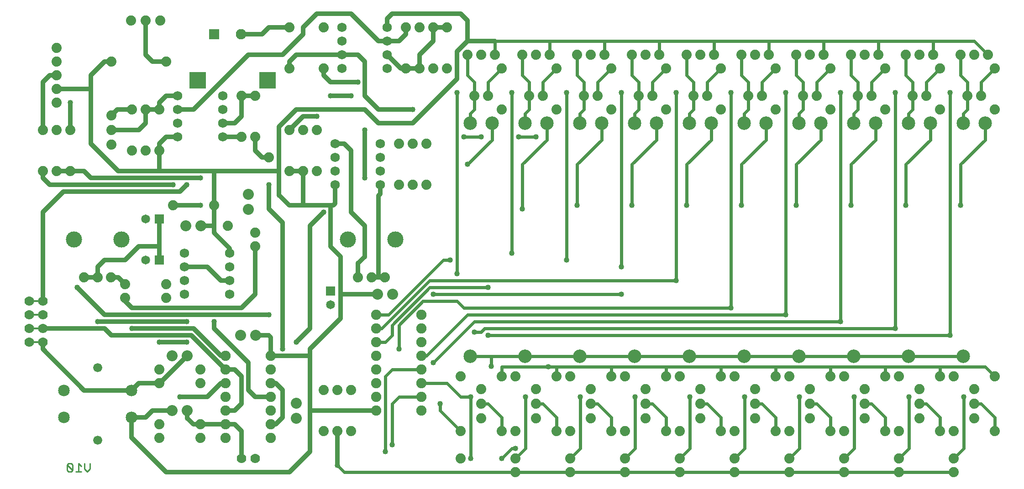
<source format=gbr>
G04 EAGLE Gerber RS-274X export*
G75*
%MOMM*%
%FSLAX34Y34*%
%LPD*%
%INBottom Copper*%
%IPPOS*%
%AMOC8*
5,1,8,0,0,1.08239X$1,22.5*%
G01*
%ADD10C,0.279400*%
%ADD11C,1.727200*%
%ADD12C,1.879600*%
%ADD13C,2.500000*%
%ADD14C,1.905000*%
%ADD15C,2.159000*%
%ADD16C,1.676400*%
%ADD17C,2.032000*%
%ADD18R,1.651000X1.651000*%
%ADD19C,1.651000*%
%ADD20C,3.000000*%
%ADD21R,3.048000X3.048000*%
%ADD22C,1.778000*%
%ADD23R,1.270000X0.381000*%
%ADD24C,1.930400*%
%ADD25R,1.930400X1.930400*%
%ADD26C,0.609600*%
%ADD27C,1.016000*%
%ADD28C,0.812800*%


D10*
X125603Y29096D02*
X125603Y19097D01*
X120603Y14097D01*
X115604Y19097D01*
X115604Y29096D01*
X109231Y24096D02*
X104232Y29096D01*
X104232Y14097D01*
X109231Y14097D02*
X99232Y14097D01*
X92860Y16597D02*
X92860Y26596D01*
X90360Y29096D01*
X85360Y29096D01*
X82861Y26596D01*
X82861Y16597D01*
X85360Y14097D01*
X90360Y14097D01*
X92860Y16597D01*
X82861Y26596D01*
D11*
X300990Y419100D03*
X300990Y393700D03*
X300990Y368300D03*
X300990Y342900D03*
X384810Y342900D03*
X384810Y368300D03*
X384810Y393700D03*
X384810Y419100D03*
D12*
X850900Y112522D03*
X850900Y139700D03*
X850900Y166878D03*
X838200Y711200D03*
X863600Y711200D03*
D13*
X830900Y661000D03*
X870900Y661000D03*
X830900Y228000D03*
D12*
X889000Y685800D03*
X889000Y762000D03*
X876300Y787400D03*
X850900Y787400D03*
X825500Y787400D03*
D11*
X664210Y546100D03*
X664210Y571500D03*
X664210Y596900D03*
X664210Y622300D03*
X580390Y622300D03*
X580390Y596900D03*
X580390Y571500D03*
X580390Y546100D03*
D12*
X63500Y749300D03*
X63500Y800100D03*
D11*
X593090Y838200D03*
X593090Y812800D03*
X593090Y787400D03*
X593090Y762000D03*
X676910Y762000D03*
X676910Y787400D03*
X676910Y812800D03*
X676910Y838200D03*
D14*
X377190Y228600D03*
X377190Y203200D03*
X377190Y177800D03*
X377190Y152400D03*
X377190Y127000D03*
X377190Y101600D03*
X377190Y76200D03*
X461010Y76200D03*
X461010Y101600D03*
X461010Y127000D03*
X461010Y152400D03*
X461010Y177800D03*
X461010Y203200D03*
X461010Y228600D03*
D12*
X812800Y190500D03*
X812800Y88900D03*
D15*
X77200Y164700D03*
X202200Y164700D03*
X77200Y114700D03*
X202200Y114700D03*
D16*
X139700Y207200D03*
X139700Y72200D03*
D12*
X914400Y12700D03*
X914400Y38100D03*
X254000Y203200D03*
X330200Y203200D03*
X330200Y177800D03*
X254000Y177800D03*
D17*
X306070Y228600D03*
X278130Y228600D03*
D12*
X330200Y76200D03*
X254000Y76200D03*
X279400Y508000D03*
X355600Y508000D03*
D18*
X254000Y406400D03*
D19*
X228600Y406400D03*
D18*
X571500Y349250D03*
D19*
X571500Y323850D03*
D12*
X762000Y762000D03*
X762000Y838200D03*
X38100Y571500D03*
X38100Y647700D03*
X254000Y685800D03*
X254000Y609600D03*
X203200Y609600D03*
X203200Y685800D03*
X165100Y674878D03*
X165100Y647700D03*
X165100Y620522D03*
X952500Y112522D03*
X952500Y139700D03*
X952500Y166878D03*
X939800Y711200D03*
X965200Y711200D03*
D13*
X932500Y661000D03*
X972500Y661000D03*
X932500Y228000D03*
D12*
X990600Y685800D03*
X990600Y762000D03*
X977900Y787400D03*
X952500Y787400D03*
X927100Y787400D03*
X914400Y190500D03*
X914400Y88900D03*
X1016000Y12700D03*
X1016000Y38100D03*
X1054100Y112522D03*
X1054100Y139700D03*
X1054100Y166878D03*
X1041400Y711200D03*
X1066800Y711200D03*
D13*
X1034100Y661000D03*
X1074100Y661000D03*
X1034100Y228000D03*
D12*
X1092200Y685800D03*
X1092200Y762000D03*
X1079500Y787400D03*
X1054100Y787400D03*
X1028700Y787400D03*
X1016000Y190500D03*
X1016000Y88900D03*
X1117600Y12700D03*
X1117600Y38100D03*
X1155700Y112522D03*
X1155700Y139700D03*
X1155700Y166878D03*
X1143000Y711200D03*
X1168400Y711200D03*
D13*
X1135700Y661000D03*
X1175700Y661000D03*
X1135700Y228000D03*
D12*
X1193800Y685800D03*
X1193800Y762000D03*
X1181100Y787400D03*
X1155700Y787400D03*
X1130300Y787400D03*
X1117600Y190500D03*
X1117600Y88900D03*
X1219200Y12700D03*
X1219200Y38100D03*
X1257300Y112522D03*
X1257300Y139700D03*
X1257300Y166878D03*
X1244600Y711200D03*
X1270000Y711200D03*
D13*
X1237300Y661000D03*
X1277300Y661000D03*
X1237300Y228000D03*
D12*
X1295400Y685800D03*
X1295400Y762000D03*
X1282700Y787400D03*
X1257300Y787400D03*
X1231900Y787400D03*
X1219200Y190500D03*
X1219200Y88900D03*
X1358900Y112522D03*
X1358900Y139700D03*
X1358900Y166878D03*
X1346200Y711200D03*
X1371600Y711200D03*
D13*
X1338900Y661000D03*
X1378900Y661000D03*
X1338900Y228000D03*
D12*
X1397000Y685800D03*
X1397000Y762000D03*
X1384300Y787400D03*
X1358900Y787400D03*
X1333500Y787400D03*
X1320800Y190500D03*
X1320800Y88900D03*
X1422400Y12700D03*
X1422400Y38100D03*
X1460500Y112522D03*
X1460500Y139700D03*
X1460500Y166878D03*
X1447800Y711200D03*
X1473200Y711200D03*
D13*
X1440500Y661000D03*
X1480500Y661000D03*
X1440500Y228000D03*
D12*
X1498600Y685800D03*
X1498600Y762000D03*
X1485900Y787400D03*
X1460500Y787400D03*
X1435100Y787400D03*
X1422400Y190500D03*
X1422400Y88900D03*
X1524000Y12700D03*
X1524000Y38100D03*
X1562100Y112522D03*
X1562100Y139700D03*
X1562100Y166878D03*
X1549400Y711200D03*
X1574800Y711200D03*
D13*
X1542100Y661000D03*
X1582100Y661000D03*
X1542100Y228000D03*
D12*
X1600200Y685800D03*
X1600200Y762000D03*
X1587500Y787400D03*
X1562100Y787400D03*
X1536700Y787400D03*
X1524000Y190500D03*
X1524000Y88900D03*
X1625600Y12700D03*
X1625600Y38100D03*
X1663700Y112522D03*
X1663700Y139700D03*
X1663700Y166878D03*
X1651000Y711200D03*
X1676400Y711200D03*
D13*
X1643700Y661000D03*
X1683700Y661000D03*
X1643700Y228000D03*
D12*
X1701800Y685800D03*
X1701800Y762000D03*
X1689100Y787400D03*
X1663700Y787400D03*
X1638300Y787400D03*
X1625600Y190500D03*
X1625600Y88900D03*
X1727200Y12700D03*
X1727200Y38100D03*
X1765300Y112522D03*
X1765300Y139700D03*
X1765300Y166878D03*
X1752600Y711200D03*
X1778000Y711200D03*
D13*
X1745300Y661000D03*
X1785300Y661000D03*
X1745300Y228000D03*
D12*
X1803400Y685800D03*
X1803400Y762000D03*
X1790700Y787400D03*
X1765300Y787400D03*
X1739900Y787400D03*
X1727200Y190500D03*
X1727200Y88900D03*
X1320800Y12700D03*
X1320800Y38100D03*
X266700Y361950D03*
X190500Y361950D03*
X609600Y88900D03*
X609600Y165100D03*
X114700Y374500D03*
X139700Y374500D03*
X164700Y374500D03*
D20*
X95700Y444500D03*
X183700Y444500D03*
D12*
X622700Y374500D03*
X647700Y374500D03*
X672700Y374500D03*
D20*
X603700Y444500D03*
X691700Y444500D03*
D12*
X266700Y336550D03*
X190500Y336550D03*
X431800Y457200D03*
X431800Y431800D03*
X812800Y38100D03*
D18*
X254000Y482600D03*
D19*
X228600Y482600D03*
D17*
X433070Y266700D03*
X405130Y266700D03*
X659130Y342900D03*
X687070Y342900D03*
X331470Y469900D03*
X303530Y469900D03*
X419100Y500380D03*
X419100Y528320D03*
D12*
X889000Y88900D03*
X889000Y190500D03*
X990600Y88900D03*
X990600Y190500D03*
X1092200Y88900D03*
X1092200Y190500D03*
X1193800Y88900D03*
X1193800Y190500D03*
X1295400Y88900D03*
X1295400Y190500D03*
X1803400Y88900D03*
X1803400Y190500D03*
X1701800Y88900D03*
X1701800Y190500D03*
X1600200Y88900D03*
X1600200Y190500D03*
X1397000Y88900D03*
X1397000Y190500D03*
X1498600Y88900D03*
X1498600Y190500D03*
X584200Y88900D03*
X584200Y165100D03*
X558800Y165100D03*
X558800Y88900D03*
D14*
X740410Y127000D03*
X740410Y152400D03*
X740410Y177800D03*
X740410Y203200D03*
X740410Y228600D03*
X740410Y254000D03*
X740410Y279400D03*
X740410Y304800D03*
X656590Y304800D03*
X656590Y279400D03*
X656590Y254000D03*
X656590Y228600D03*
X656590Y203200D03*
X656590Y177800D03*
X656590Y152400D03*
X656590Y127000D03*
D21*
X454660Y740410D03*
X325120Y740410D03*
D22*
X38100Y279400D03*
X12700Y279400D03*
D23*
X25400Y279400D03*
D22*
X38100Y304800D03*
X12700Y304800D03*
D23*
X25400Y304800D03*
D22*
X38100Y330200D03*
X12700Y330200D03*
D23*
X25400Y330200D03*
D22*
X38100Y254000D03*
X12700Y254000D03*
D23*
X25400Y254000D03*
D12*
X254000Y101600D03*
X330200Y101600D03*
D22*
X406400Y38100D03*
X431800Y38100D03*
D12*
X381000Y469900D03*
X711200Y762000D03*
X711200Y838200D03*
X558800Y838200D03*
X558800Y762000D03*
X495300Y647700D03*
X495300Y571500D03*
X495300Y838200D03*
X495300Y762000D03*
X698500Y546100D03*
X698500Y622300D03*
X749300Y546100D03*
X749300Y622300D03*
X723900Y622300D03*
X723900Y546100D03*
X63500Y774700D03*
D11*
X372110Y635000D03*
X372110Y660400D03*
X372110Y685800D03*
X372110Y711200D03*
X288290Y711200D03*
X288290Y685800D03*
X288290Y660400D03*
X288290Y635000D03*
D12*
X63500Y571500D03*
X63500Y647700D03*
X88900Y571500D03*
X88900Y647700D03*
X406400Y635000D03*
X406400Y711200D03*
X431800Y711200D03*
X431800Y635000D03*
X520700Y647700D03*
X520700Y571500D03*
X546100Y571500D03*
X546100Y647700D03*
X457200Y596900D03*
X228600Y609600D03*
X228600Y685800D03*
X736600Y762000D03*
X736600Y838200D03*
X787400Y838200D03*
X787400Y762000D03*
X255778Y850900D03*
X228600Y850900D03*
X201422Y850900D03*
X266700Y774700D03*
X165100Y774700D03*
D17*
X508000Y140970D03*
X508000Y113030D03*
D12*
X63500Y723900D03*
X63500Y698500D03*
D24*
X406000Y825500D03*
D25*
X356000Y825500D03*
D17*
X278130Y127000D03*
X306070Y127000D03*
D26*
X1643700Y228000D02*
X1745300Y228000D01*
X1643700Y228000D02*
X1542100Y228000D01*
X1440500Y228000D01*
X1338900Y228000D01*
X1237300Y228000D01*
X1135700Y228000D01*
X1034100Y228000D01*
X932500Y228000D01*
D27*
X869950Y209550D03*
D26*
X869950Y228000D02*
X932500Y228000D01*
X869950Y228000D02*
X830900Y228000D01*
X869950Y228000D02*
X869950Y209550D01*
D28*
X444500Y825500D02*
X406000Y825500D01*
X444500Y825500D02*
X457200Y838200D01*
X495300Y838200D01*
D27*
X806450Y717550D03*
D26*
X806450Y381000D01*
D27*
X831850Y38100D03*
D26*
X831850Y152400D01*
D27*
X831850Y152400D03*
X806450Y381000D03*
D26*
X787400Y177800D02*
X812800Y152400D01*
X831850Y152400D01*
X787400Y177800D02*
X740410Y177800D01*
D27*
X908050Y717550D03*
D26*
X908050Y419100D01*
D27*
X908050Y419100D03*
X933450Y152400D03*
D26*
X933450Y57150D01*
X914400Y38100D01*
D27*
X685800Y63500D03*
D26*
X685800Y139700D01*
X698500Y152400D01*
X740410Y152400D01*
D27*
X1009650Y717550D03*
D26*
X1009650Y406400D01*
D27*
X1009650Y406400D03*
X1035050Y152400D03*
D26*
X1035050Y57150D01*
X1016000Y38100D01*
D27*
X889000Y38100D03*
D26*
X908050Y57150D01*
X914400Y57150D01*
D27*
X914400Y57150D03*
X673100Y50800D03*
D26*
X673100Y190500D01*
X685800Y203200D01*
X740410Y203200D01*
D27*
X1111250Y717550D03*
D26*
X1111250Y393700D01*
X1111250Y342900D02*
X762000Y342900D01*
D27*
X1111250Y393700D03*
X1136650Y152400D03*
D26*
X1136650Y57150D01*
X1117600Y38100D01*
D27*
X762000Y342900D03*
X1111250Y342900D03*
X1212850Y717550D03*
D26*
X1212850Y368300D01*
D27*
X1212850Y368300D03*
X1238250Y152400D03*
D26*
X1238250Y57150D01*
X1219200Y38100D01*
X1212850Y368300D02*
X755650Y368300D01*
X666750Y279400D01*
X656590Y279400D01*
D27*
X1314450Y717550D03*
D26*
X1314450Y317500D01*
D27*
X1339850Y152400D03*
D26*
X1339850Y57150D01*
X1320800Y38100D01*
D27*
X1314450Y317500D03*
D26*
X819150Y317500D01*
D27*
X698500Y241300D03*
D26*
X698500Y285750D01*
X742950Y330200D01*
X806450Y330200D01*
X819150Y317500D01*
D27*
X1416050Y717550D03*
D26*
X1416050Y304800D01*
X825500Y304800D01*
D27*
X1416050Y304800D03*
X1441450Y152400D03*
D26*
X1441450Y57150D01*
X1422400Y38100D01*
X749300Y228600D02*
X740410Y228600D01*
X749300Y228600D02*
X825500Y304800D01*
D27*
X1517650Y717550D03*
D26*
X1517650Y292100D01*
D27*
X1543050Y152400D03*
D26*
X1543050Y57150D01*
X1524000Y38100D01*
D27*
X1517650Y292100D03*
D26*
X838200Y292100D01*
D27*
X762000Y215900D03*
D26*
X838200Y292100D01*
D27*
X1619250Y717550D03*
D26*
X1619250Y279400D01*
X857250Y279400D01*
X850900Y273050D01*
X838200Y273050D01*
D27*
X1619250Y279400D03*
X1644650Y152400D03*
D26*
X1644650Y57150D01*
X1625600Y38100D01*
D27*
X838200Y273050D03*
X793750Y406400D03*
D26*
X679450Y304800D02*
X656590Y304800D01*
X679450Y304800D02*
X781050Y406400D01*
X793750Y406400D01*
D27*
X1720850Y717550D03*
D26*
X1720850Y266700D01*
D27*
X1720850Y266700D03*
X1746250Y152400D03*
D26*
X1746250Y57150D01*
X1727200Y38100D01*
X1720850Y266700D02*
X863600Y266700D01*
D27*
X863600Y266700D03*
D26*
X673100Y254000D02*
X656590Y254000D01*
X673100Y254000D02*
X685800Y266700D01*
X685800Y285750D01*
X755650Y355600D01*
X863600Y355600D01*
D27*
X863600Y355600D03*
D26*
X876300Y812800D02*
X977900Y812800D01*
X1079500Y812800D01*
X1181100Y812800D01*
X1282700Y812800D01*
X1384300Y812800D01*
X1485900Y812800D01*
X1587500Y812800D01*
X1689100Y812800D01*
X1765300Y812800D01*
X1790700Y787400D01*
X1689100Y787400D02*
X1689100Y812800D01*
X1587500Y812800D02*
X1587500Y787400D01*
X1485900Y787400D02*
X1485900Y812800D01*
X1384300Y812800D02*
X1384300Y787400D01*
X1282700Y787400D02*
X1282700Y812800D01*
X1181100Y812800D02*
X1181100Y787400D01*
X1079500Y787400D02*
X1079500Y812800D01*
X977900Y812800D02*
X977900Y787400D01*
X876300Y787400D02*
X876300Y812800D01*
D28*
X127000Y723900D02*
X127000Y622300D01*
X177800Y571500D01*
X254000Y571500D01*
X355600Y571500D01*
X476250Y571500D01*
X476250Y527050D01*
X495300Y508000D01*
X520700Y508000D01*
X571500Y508000D01*
X254000Y571500D02*
X254000Y609600D01*
X520700Y571500D02*
X520700Y508000D01*
X508000Y685800D02*
X635000Y685800D01*
X660400Y660400D01*
X723900Y660400D01*
X806450Y742950D01*
X806450Y793750D01*
X825500Y812800D01*
X876300Y812800D01*
X676910Y838200D02*
X676910Y854710D01*
X685800Y863600D01*
X812800Y863600D01*
X825500Y850900D01*
X825500Y812800D01*
X656590Y127000D02*
X533400Y127000D01*
X533400Y228600D01*
X533400Y241300D01*
X590550Y298450D01*
X590550Y342900D01*
X590550Y412750D02*
X571500Y431800D01*
X571500Y508000D01*
X576580Y508000D01*
X533400Y228600D02*
X461010Y228600D01*
X461010Y262890D01*
X457200Y266700D01*
X433070Y266700D01*
X202200Y114700D02*
X202200Y77200D01*
X266700Y12700D01*
X495300Y12700D01*
X533400Y50800D01*
X533400Y127000D01*
X590550Y342900D02*
X659130Y342900D01*
X580390Y511810D02*
X580390Y546100D01*
X580390Y511810D02*
X576580Y508000D01*
X355600Y508000D02*
X355600Y571500D01*
X384810Y427990D02*
X384810Y419100D01*
X384810Y427990D02*
X355600Y457200D01*
X355600Y469900D01*
X355600Y508000D01*
X355600Y469900D02*
X331470Y469900D01*
X495300Y571500D02*
X520700Y571500D01*
X476250Y571500D02*
X476250Y654050D01*
X508000Y685800D01*
X127000Y723900D02*
X63500Y723900D01*
X254000Y622300D02*
X254000Y609600D01*
X254000Y622300D02*
X266700Y635000D01*
X288290Y635000D01*
X165100Y774700D02*
X152400Y774700D01*
X127000Y749300D01*
X127000Y723900D01*
X202200Y114700D02*
X202600Y114300D01*
X228600Y114300D01*
X241300Y127000D01*
X278130Y127000D01*
X590550Y342900D02*
X590550Y412750D01*
D26*
X838200Y711200D02*
X838200Y736600D01*
X825500Y749300D01*
X825500Y787400D01*
X830900Y678500D02*
X830900Y661000D01*
X830900Y678500D02*
X838200Y685800D01*
X838200Y711200D01*
X863600Y711200D02*
X863600Y736600D01*
X889000Y762000D01*
D27*
X825500Y584200D03*
D26*
X870900Y629600D01*
X870900Y661000D01*
X1785620Y208280D02*
X1803400Y190500D01*
X1785620Y208280D02*
X1701800Y208280D01*
X1600200Y208280D01*
X1498600Y208280D01*
X1397000Y208280D01*
X1295400Y208280D01*
X1193800Y208280D01*
X1092200Y208280D01*
X990600Y208280D01*
X975360Y208280D01*
X889000Y208280D01*
X1701800Y208280D02*
X1701800Y190500D01*
X1600200Y190500D02*
X1600200Y208280D01*
X1498600Y208280D02*
X1498600Y190500D01*
X1397000Y190500D02*
X1397000Y208280D01*
X990600Y208280D02*
X990600Y190500D01*
X1092200Y190500D02*
X1092200Y208280D01*
X1193800Y208280D02*
X1193800Y190500D01*
X1295400Y190500D02*
X1295400Y208280D01*
X889000Y208280D02*
X889000Y190500D01*
D27*
X952500Y635000D03*
D26*
X920750Y635000D01*
D27*
X920750Y635000D03*
X850900Y635000D03*
X819150Y635000D03*
D26*
X850900Y635000D01*
D27*
X975360Y208280D03*
D28*
X495300Y762000D02*
X495300Y774700D01*
X508000Y787400D01*
X593090Y787400D01*
X622300Y787400D01*
X635000Y774700D01*
X635000Y711200D01*
X660400Y685800D01*
X723900Y685800D01*
D27*
X723900Y685800D03*
D26*
X850900Y139700D02*
X863600Y139700D01*
X889000Y114300D01*
X889000Y88900D01*
X812800Y88900D02*
X774700Y127000D01*
X774700Y139700D01*
D27*
X774700Y139700D03*
D28*
X202800Y164700D02*
X202200Y164700D01*
X202800Y164700D02*
X215900Y177800D01*
X254000Y177800D01*
X255270Y177800D01*
X306070Y228600D01*
X202200Y164700D02*
X114700Y164700D01*
X38100Y241300D01*
X38100Y254000D01*
D26*
X1625600Y12700D02*
X1727200Y12700D01*
X1625600Y12700D02*
X1524000Y12700D01*
X1422400Y12700D01*
X1320800Y12700D01*
X1219200Y12700D01*
X1117600Y12700D01*
X1016000Y12700D01*
X914400Y12700D01*
X596900Y12700D01*
X584200Y25400D01*
D28*
X584200Y88900D01*
D27*
X584200Y25400D03*
X457200Y546100D03*
D28*
X457200Y501650D01*
X482600Y476250D01*
X38100Y495300D02*
X38100Y330200D01*
X38100Y495300D02*
X76200Y533400D01*
X292100Y533400D01*
X304800Y546100D01*
D27*
X304800Y546100D03*
D28*
X482600Y476250D02*
X482600Y241300D01*
D27*
X482600Y241300D03*
D28*
X635000Y413000D02*
X635000Y469900D01*
X609600Y495300D01*
X609600Y609600D01*
X596900Y622300D02*
X580390Y622300D01*
X596900Y622300D02*
X609600Y609600D01*
X622700Y400700D02*
X622700Y374500D01*
X622700Y400700D02*
X635000Y413000D01*
X254000Y685800D02*
X228600Y685800D01*
X254000Y685800D02*
X254000Y698500D01*
X266700Y711200D01*
X288290Y711200D01*
X215900Y647700D02*
X165100Y647700D01*
X215900Y647700D02*
X228600Y660400D01*
X228600Y685800D01*
D26*
X939800Y711200D02*
X939800Y736600D01*
X927100Y749300D01*
X927100Y787400D01*
X932500Y678500D02*
X932500Y661000D01*
X932500Y678500D02*
X939800Y685800D01*
X939800Y711200D01*
X965200Y711200D02*
X965200Y736600D01*
X990600Y762000D01*
X972500Y661000D02*
X972500Y629600D01*
X927100Y584200D01*
X927100Y501650D01*
D27*
X927100Y501650D03*
D26*
X952500Y139700D02*
X965200Y139700D01*
X990600Y114300D01*
X990600Y88900D01*
X1041400Y711200D02*
X1041400Y736600D01*
X1028700Y749300D01*
X1028700Y787400D01*
X1034100Y678500D02*
X1034100Y661000D01*
X1034100Y678500D02*
X1041400Y685800D01*
X1041400Y711200D01*
X1066800Y711200D02*
X1066800Y736600D01*
X1092200Y762000D01*
D27*
X1028700Y508000D03*
D26*
X1028700Y584200D01*
X1074100Y629600D01*
X1074100Y661000D01*
X1066800Y139700D02*
X1054100Y139700D01*
X1066800Y139700D02*
X1092200Y114300D01*
X1092200Y88900D01*
X1143000Y711200D02*
X1143000Y736600D01*
X1130300Y749300D01*
X1130300Y787400D01*
X1135700Y678500D02*
X1135700Y661000D01*
X1135700Y678500D02*
X1143000Y685800D01*
X1143000Y711200D01*
X1168400Y711200D02*
X1168400Y736600D01*
X1193800Y762000D01*
X1175700Y661000D02*
X1175700Y629600D01*
X1130300Y584200D01*
X1130300Y508000D01*
D27*
X1130300Y508000D03*
D26*
X1155700Y139700D02*
X1168400Y139700D01*
X1193800Y114300D01*
X1193800Y88900D01*
X1244600Y711200D02*
X1244600Y736600D01*
X1231900Y749300D01*
X1231900Y787400D01*
X1237300Y678500D02*
X1237300Y661000D01*
X1237300Y678500D02*
X1244600Y685800D01*
X1244600Y711200D01*
X1270000Y711200D02*
X1270000Y736600D01*
X1295400Y762000D01*
D27*
X1231900Y508000D03*
D26*
X1231900Y584200D01*
X1277300Y629600D01*
X1277300Y661000D01*
X1270000Y139700D02*
X1257300Y139700D01*
X1270000Y139700D02*
X1295400Y114300D01*
X1295400Y88900D01*
X1346200Y711200D02*
X1346200Y736600D01*
X1333500Y749300D01*
X1333500Y787400D01*
X1338900Y678500D02*
X1338900Y661000D01*
X1338900Y678500D02*
X1346200Y685800D01*
X1346200Y711200D01*
X1371600Y711200D02*
X1371600Y736600D01*
X1397000Y762000D01*
X1378900Y661000D02*
X1378900Y629600D01*
X1333500Y584200D01*
X1333500Y508000D01*
D27*
X1333500Y508000D03*
D26*
X1358900Y139700D02*
X1371600Y139700D01*
X1397000Y114300D01*
X1397000Y88900D01*
X1447800Y711200D02*
X1447800Y736600D01*
X1435100Y749300D01*
X1435100Y787400D01*
X1440500Y678500D02*
X1440500Y661000D01*
X1440500Y678500D02*
X1447800Y685800D01*
X1447800Y711200D01*
X1473200Y711200D02*
X1473200Y736600D01*
X1498600Y762000D01*
X1480500Y661000D02*
X1480500Y629600D01*
X1435100Y584200D01*
X1435100Y508000D01*
D27*
X1435100Y508000D03*
D26*
X1460500Y139700D02*
X1473200Y139700D01*
X1498600Y114300D01*
X1498600Y88900D01*
X1549400Y711200D02*
X1549400Y736600D01*
X1536700Y749300D01*
X1536700Y787400D01*
X1542100Y678500D02*
X1542100Y661000D01*
X1542100Y678500D02*
X1549400Y685800D01*
X1549400Y711200D01*
X1574800Y711200D02*
X1574800Y736600D01*
X1600200Y762000D01*
X1582100Y661000D02*
X1582100Y629600D01*
X1536700Y584200D01*
X1536700Y508000D01*
D27*
X1536700Y508000D03*
D26*
X1562100Y139700D02*
X1574800Y139700D01*
X1600200Y114300D01*
X1600200Y88900D01*
X1651000Y711200D02*
X1651000Y736600D01*
X1638300Y749300D01*
X1638300Y787400D01*
X1643700Y678500D02*
X1643700Y661000D01*
X1643700Y678500D02*
X1651000Y685800D01*
X1651000Y711200D01*
X1676400Y711200D02*
X1676400Y736600D01*
X1701800Y762000D01*
D27*
X1638300Y508000D03*
D26*
X1638300Y584200D01*
X1683700Y629600D02*
X1683700Y661000D01*
X1683700Y629600D02*
X1638300Y584200D01*
X1701800Y114300D02*
X1701800Y88900D01*
X1701800Y114300D02*
X1676400Y139700D01*
X1663700Y139700D01*
X1752600Y711200D02*
X1752600Y736600D01*
X1739900Y749300D01*
X1739900Y787400D01*
X1745300Y678500D02*
X1745300Y661000D01*
X1745300Y678500D02*
X1752600Y685800D01*
X1752600Y711200D01*
X1778000Y711200D02*
X1778000Y736600D01*
X1803400Y762000D01*
D27*
X1739900Y508000D03*
D26*
X1739900Y584200D01*
X1785300Y629600D01*
X1785300Y661000D01*
X1803400Y114300D02*
X1803400Y88900D01*
X1803400Y114300D02*
X1778000Y139700D01*
X1765300Y139700D01*
D28*
X177950Y374500D02*
X164700Y374500D01*
X177950Y374500D02*
X190500Y361950D01*
X279400Y508000D02*
X330200Y508000D01*
D27*
X355600Y292100D03*
D28*
X355600Y279400D01*
X419100Y215900D01*
X419100Y165100D01*
X431800Y152400D01*
X461010Y152400D01*
D27*
X330200Y508000D03*
D28*
X461010Y101600D02*
X469900Y101600D01*
X482600Y114300D01*
X482600Y165100D01*
X469900Y177800D01*
X461010Y177800D01*
X254000Y406400D02*
X254000Y431800D01*
X254000Y482600D01*
X139700Y374500D02*
X114700Y374500D01*
X139700Y374500D02*
X139700Y393700D01*
X152400Y406400D01*
X190500Y406400D01*
X215900Y431800D01*
X254000Y431800D01*
X368300Y368300D02*
X384810Y368300D01*
X342900Y393700D02*
X300990Y393700D01*
X342900Y393700D02*
X368300Y368300D01*
X190500Y336550D02*
X190500Y330200D01*
X203200Y317500D01*
X406400Y317500D01*
X431800Y342900D01*
X431800Y431800D01*
X377190Y228600D02*
X368300Y228600D01*
X317500Y279400D01*
X203200Y279400D01*
D27*
X203200Y279400D03*
D28*
X313690Y266700D02*
X377190Y203200D01*
X313690Y266700D02*
X165100Y266700D01*
X377190Y127000D02*
X393700Y127000D01*
X406400Y139700D01*
X393700Y203200D02*
X377190Y203200D01*
X393700Y203200D02*
X406400Y190500D01*
X406400Y139700D01*
X165100Y266700D02*
X152400Y279400D01*
X38100Y279400D01*
D27*
X635000Y647700D03*
D28*
X635000Y558800D01*
D27*
X635000Y558800D03*
X304800Y292100D03*
D28*
X139700Y292100D01*
D27*
X139700Y292100D03*
X254000Y254000D03*
D28*
X304800Y254000D01*
D27*
X304800Y254000D03*
X457200Y304800D03*
D28*
X152400Y304800D01*
X101600Y355600D01*
D27*
X101600Y355600D03*
X508000Y254000D03*
D28*
X533400Y279400D01*
X533400Y469900D01*
X558800Y495300D01*
D27*
X558800Y495300D03*
X571500Y711200D03*
D28*
X609600Y711200D01*
D27*
X609600Y711200D03*
D28*
X377190Y177800D02*
X368300Y177800D01*
X342900Y152400D01*
X292100Y152400D01*
D27*
X292100Y152400D03*
D28*
X406400Y88900D02*
X406400Y38100D01*
X393700Y101600D02*
X377190Y101600D01*
X393700Y101600D02*
X406400Y88900D01*
X377190Y101600D02*
X330200Y101600D01*
X317500Y101600D01*
X306070Y113030D01*
X306070Y127000D01*
X664210Y529590D02*
X664210Y546100D01*
X660400Y525780D02*
X660400Y374900D01*
X672700Y374500D02*
X647700Y374500D01*
X660800Y374500D02*
X672700Y374500D01*
X660800Y374500D02*
X660400Y374900D01*
X660400Y525780D02*
X664210Y529590D01*
X457200Y596900D02*
X444500Y596900D01*
X431800Y609600D01*
X431800Y635000D01*
X393700Y660400D02*
X372110Y660400D01*
X393700Y660400D02*
X406400Y673100D01*
X406400Y711200D01*
X431800Y711200D01*
X88900Y571500D02*
X63500Y571500D01*
X88900Y571500D02*
X114300Y571500D01*
X127000Y558800D01*
X330200Y558800D01*
D27*
X330200Y558800D03*
D28*
X372110Y635000D02*
X406400Y635000D01*
X88900Y647700D02*
X88900Y698500D01*
D27*
X88900Y698500D03*
D28*
X38100Y736600D02*
X38100Y647700D01*
X50800Y749300D02*
X63500Y749300D01*
X50800Y749300D02*
X38100Y736600D01*
X165100Y674878D02*
X176022Y685800D01*
X203200Y685800D01*
X676910Y787400D02*
X702310Y762000D01*
X711200Y762000D01*
X762000Y838200D02*
X787400Y838200D01*
X736600Y762000D02*
X711200Y762000D01*
X736600Y762000D02*
X736600Y787400D01*
X762000Y812800D01*
X762000Y838200D01*
X317500Y685800D02*
X288290Y685800D01*
X317500Y685800D02*
X419100Y787400D01*
X482600Y787400D01*
X711200Y825500D02*
X711200Y838200D01*
X711200Y825500D02*
X698500Y812800D01*
X676910Y812800D01*
X520700Y825500D02*
X482600Y787400D01*
X520700Y825500D02*
X520700Y838200D01*
X546100Y863600D01*
X609600Y863600D01*
X660400Y812800D01*
X676910Y812800D01*
X520700Y673100D02*
X495300Y647700D01*
X520700Y673100D02*
X546100Y673100D01*
D27*
X546100Y673100D03*
X622300Y736600D03*
D28*
X571500Y736600D01*
X558800Y749300D01*
X558800Y762000D01*
X228600Y787400D02*
X228600Y850900D01*
X228600Y787400D02*
X241300Y774700D01*
X266700Y774700D01*
X38100Y571500D02*
X38100Y558800D01*
X50800Y546100D01*
X279400Y546100D01*
D27*
X279400Y546100D03*
M02*

</source>
